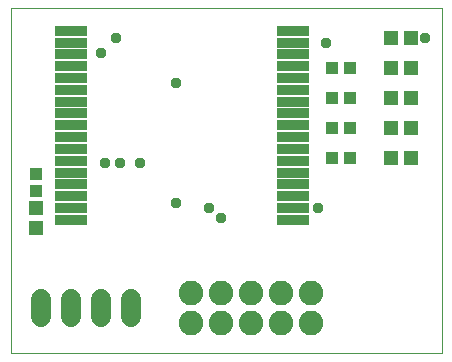
<source format=gts>
G75*
%MOIN*%
%OFA0B0*%
%FSLAX25Y25*%
%IPPOS*%
%LPD*%
%AMOC8*
5,1,8,0,0,1.08239X$1,22.5*
%
%ADD10C,0.00000*%
%ADD11R,0.10800X0.03359*%
%ADD12R,0.04737X0.05131*%
%ADD13R,0.03950X0.03950*%
%ADD14R,0.05131X0.04737*%
%ADD15C,0.08200*%
%ADD16C,0.06800*%
%ADD17C,0.03778*%
D10*
X0001500Y0030494D02*
X0001500Y0145455D01*
X0145201Y0145455D01*
X0145201Y0030494D01*
X0001500Y0030494D01*
D11*
X0021500Y0075022D03*
X0021500Y0078959D03*
X0021500Y0082896D03*
X0021500Y0086833D03*
X0021500Y0090770D03*
X0021500Y0094707D03*
X0021500Y0098644D03*
X0021500Y0102581D03*
X0021500Y0106518D03*
X0021500Y0110455D03*
X0021500Y0114392D03*
X0021500Y0118329D03*
X0021500Y0122266D03*
X0021500Y0126203D03*
X0021500Y0130140D03*
X0021500Y0134077D03*
X0021500Y0138014D03*
X0095673Y0138014D03*
X0095673Y0134077D03*
X0095673Y0130140D03*
X0095673Y0126203D03*
X0095673Y0122266D03*
X0095673Y0118329D03*
X0095673Y0114392D03*
X0095673Y0110455D03*
X0095673Y0106518D03*
X0095673Y0102581D03*
X0095673Y0098644D03*
X0095673Y0094707D03*
X0095673Y0090770D03*
X0095673Y0086833D03*
X0095673Y0082896D03*
X0095673Y0078959D03*
X0095673Y0075022D03*
D12*
X0128154Y0095494D03*
X0134846Y0095494D03*
X0134846Y0105494D03*
X0128154Y0105494D03*
X0128154Y0115494D03*
X0134846Y0115494D03*
X0134846Y0125494D03*
X0128154Y0125494D03*
X0128154Y0135494D03*
X0134846Y0135494D03*
D13*
X0114453Y0125494D03*
X0108547Y0125494D03*
X0108547Y0115494D03*
X0114453Y0115494D03*
X0114453Y0105494D03*
X0108547Y0105494D03*
X0108547Y0095494D03*
X0114453Y0095494D03*
X0010000Y0090447D03*
X0010000Y0084542D03*
D14*
X0010000Y0078841D03*
X0010000Y0072148D03*
D15*
X0061500Y0050494D03*
X0061500Y0040494D03*
X0071500Y0040494D03*
X0071500Y0050494D03*
X0081500Y0050494D03*
X0081500Y0040494D03*
X0091500Y0040494D03*
X0091500Y0050494D03*
X0101500Y0050494D03*
X0101500Y0040494D03*
D16*
X0041500Y0042494D02*
X0041500Y0048494D01*
X0031500Y0048494D02*
X0031500Y0042494D01*
X0021500Y0042494D02*
X0021500Y0048494D01*
X0011500Y0048494D02*
X0011500Y0042494D01*
D17*
X0033000Y0093994D03*
X0038000Y0093994D03*
X0044500Y0093994D03*
X0056500Y0080494D03*
X0067500Y0078994D03*
X0071500Y0075494D03*
X0104000Y0078994D03*
X0106500Y0134077D03*
X0139712Y0135494D03*
X0056500Y0120494D03*
X0036500Y0135494D03*
X0031500Y0130494D03*
M02*

</source>
